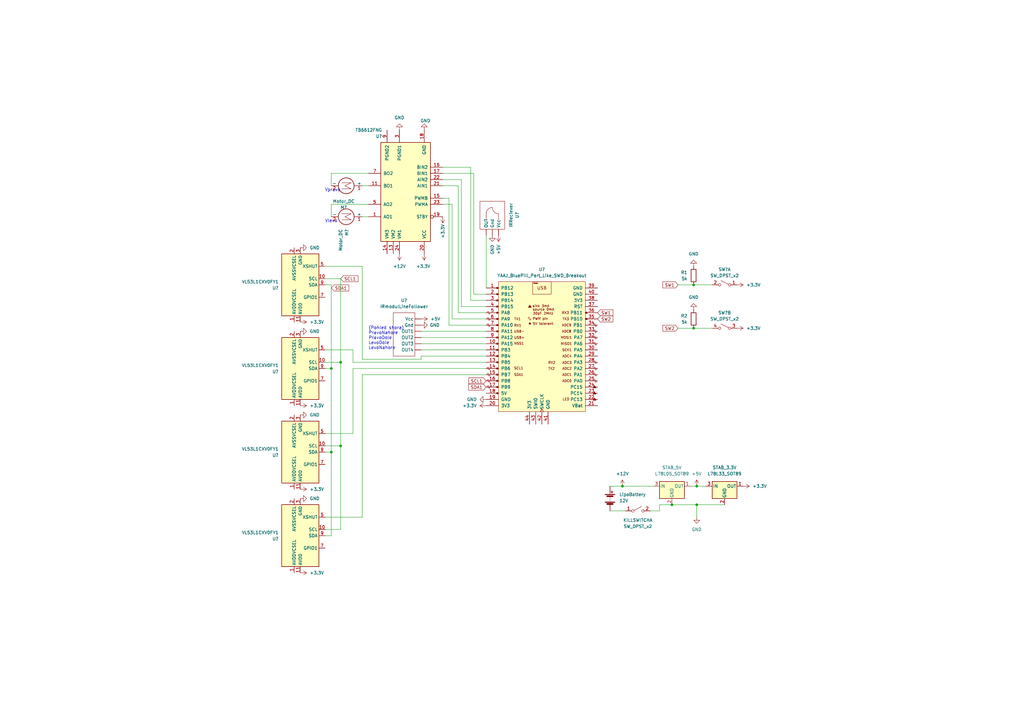
<source format=kicad_sch>
(kicad_sch (version 20211123) (generator eeschema)
  (paper "A3")
  (lib_symbols
    (symbol "Device:Battery" (pin_numbers hide) (pin_names (offset 0) hide)
      (property "Reference" "BT" (at 2.54 2.54 0))
      (property "Value" "Battery" (at 2.54 0 0))
      (symbol "Battery_0_1"
        (rectangle (start -2.032 -1.397) (end 2.032 -1.651) (fill (type outline)))
        (rectangle (start -2.032 1.778) (end 2.032 1.524) (fill (type outline)))
        (rectangle (start -1.3208 -1.9812) (end 1.27 -2.4892) (fill (type outline)))
        (rectangle (start -1.3208 1.1938) (end 1.27 0.6858) (fill (type outline)))
        (polyline (pts (xy 0 -1.524) (xy 0 -1.27)))
        (polyline (pts (xy 0 -1.016) (xy 0 -0.762)))
        (polyline (pts (xy 0 -0.508) (xy 0 -0.254)))
        (polyline (pts (xy 0 0) (xy 0 0.254)))
        (polyline (pts (xy 0 0.508) (xy 0 0.762)))
        (polyline (pts (xy 0 1.778) (xy 0 2.54)))
        (polyline (pts (xy 0.254 2.667) (xy 1.27 2.667)) (stroke (width 0.254)))
        (polyline (pts (xy 0.762 3.175) (xy 0.762 2.159)) (stroke (width 0.254)))
      )
      (symbol "Battery_1_1"
        (pin passive line (at 0 5.08 270) (length 2.54) (name "+") (number "1"))
        (pin passive line (at 0 -5.08 90) (length 2.54) (name "-") (number "2"))
      )
    )
    (symbol "Device:R" (pin_numbers hide) (pin_names (offset 0))
      (property "Reference" "R" (at 2.032 0 90))
      (property "Value" "R" (at 0 0 90))
      (symbol "R_0_1"
        (rectangle (start -1.016 -2.54) (end 1.016 2.54) (stroke (width 0.254)))
      )
      (symbol "R_1_1"
        (pin passive line (at 0 3.81 270) (length 1.27) (name "~") (number "1"))
        (pin passive line (at 0 -3.81 90) (length 1.27) (name "~") (number "2"))
      )
    )
    (symbol "Driver_Motor:TB6612FNG" (pin_names (offset 1.016))
      (property "Reference" "U" (at 11.43 17.78 0))
      (property "Value" "TB6612FNG" (at 11.43 15.24 0))
      (symbol "TB6612FNG_0_1"
        (rectangle (start -10.16 20.32) (end 10.16 -20.32) (stroke (width 0.254)) (fill (type background)))
      )
      (symbol "TB6612FNG_1_1"
        (pin output line (at 15.24 10.16 180) (length 5.08) (name "AO1") (number "1"))
        (pin passive line (at 7.62 -25.4 90) (length 5.08) hide (name "PGND2") (number "10"))
        (pin output line (at 15.24 -2.54 180) (length 5.08) (name "BO1") (number "11"))
        (pin passive line (at 15.24 -2.54 180) (length 5.08) hide (name "BO1") (number "12"))
        (pin power_in line (at 5.08 25.4 270) (length 5.08) (name "VM2") (number "13"))
        (pin power_in line (at 7.62 25.4 270) (length 5.08) (name "VM3") (number "14"))
        (pin input line (at -15.24 2.54 0) (length 5.08) (name "PWMB") (number "15"))
        (pin input line (at -15.24 -10.16 0) (length 5.08) (name "BIN2") (number "16"))
        (pin input line (at -15.24 -7.62 0) (length 5.08) (name "BIN1") (number "17"))
        (pin power_in line (at -7.62 -25.4 90) (length 5.08) (name "GND") (number "18"))
        (pin input inverted (at -15.24 10.16 0) (length 5.08) (name "STBY") (number "19"))
        (pin passive line (at 15.24 10.16 180) (length 5.08) hide (name "AO1") (number "2"))
        (pin power_in line (at -7.62 25.4 270) (length 5.08) (name "VCC") (number "20"))
        (pin input line (at -15.24 -2.54 0) (length 5.08) (name "AIN1") (number "21"))
        (pin input line (at -15.24 -5.08 0) (length 5.08) (name "AIN2") (number "22"))
        (pin input line (at -15.24 5.08 0) (length 5.08) (name "PWMA") (number "23"))
        (pin power_in line (at 2.54 25.4 270) (length 5.08) (name "VM1") (number "24"))
        (pin power_in line (at 2.54 -25.4 90) (length 5.08) (name "PGND1") (number "3"))
        (pin passive line (at 2.54 -25.4 90) (length 5.08) hide (name "PGND1") (number "4"))
        (pin output line (at 15.24 5.08 180) (length 5.08) (name "AO2") (number "5"))
        (pin passive line (at 15.24 5.08 180) (length 5.08) hide (name "AO2") (number "6"))
        (pin output line (at 15.24 -7.62 180) (length 5.08) (name "BO2") (number "7"))
        (pin passive line (at 15.24 -7.62 180) (length 5.08) hide (name "BO2") (number "8"))
        (pin power_in line (at 7.62 -25.4 90) (length 5.08) (name "PGND2") (number "9"))
      )
    )
    (symbol "Motor:Motor_DC" (pin_names (offset 0))
      (property "Reference" "M" (at 2.54 2.54 0))
      (property "Value" "Motor_DC" (at 2.54 -5.08 0))
      (symbol "Motor_DC_0_0"
        (polyline (pts (xy -1.27 -3.302) (xy -1.27 0.508) (xy 0 -2.032) (xy 1.27 0.508) (xy 1.27 -3.302)))
      )
      (symbol "Motor_DC_0_1"
        (circle (center 0 -1.524) (radius 3.2512) (stroke (width 0.254)))
        (polyline (pts (xy 0 -7.62) (xy 0 -7.112)))
        (polyline (pts (xy 0 -4.7752) (xy 0 -5.1816)))
        (polyline (pts (xy 0 1.7272) (xy 0 2.0828)))
        (polyline (pts (xy 0 2.032) (xy 0 2.54)))
      )
      (symbol "Motor_DC_1_1"
        (pin passive line (at 0 5.08 270) (length 2.54) (name "+") (number "1"))
        (pin passive line (at 0 -7.62 90) (length 2.54) (name "-") (number "2"))
      )
    )
    (symbol "MyLibrary:IRReciever"
      (property "Reference" "U" (at 0 0 0))
      (property "Value" "IRReciever" (at 0 0 0))
      (symbol "IRReciever_0_1"
        (rectangle (start -5.08 -1.27) (end 5.08 -12.7))
        (arc (start 0 -3.81) (mid -1.7961 -4.5539) (end -2.54 -6.35))
        (arc (start 0 -3.81) (mid 0 -3.81) (end 0 -3.81))
        (arc (start 0 -3.81) (mid -1.7979 -8.1479) (end 2.54 -6.35))
        (polyline (pts (xy -2.54 -6.35) (xy -2.54 -8.89)))
        (polyline (pts (xy 2.54 -6.35) (xy 2.54 -8.89)))
      )
      (symbol "IRReciever_1_1"
        (pin power_out line (at 0 -15.24 90) (length 2.54) (name "Gnd") (number ""))
        (pin output line (at -2.54 -15.24 90) (length 2.54) (name "OUT") (number ""))
        (pin power_in line (at 2.54 -15.24 90) (length 2.54) (name "Vcc") (number ""))
      )
    )
    (symbol "MyLibrary:IRmodulLineFollower"
      (property "Reference" "U" (at 0 0 0))
      (property "Value" "IRmodulLineFollower" (at 0 0 0))
      (symbol "IRmodulLineFollower_0_1"
        (rectangle (start -3.81 -20.32) (end 5.08 -2.54))
      )
      (symbol "IRmodulLineFollower_1_1"
        (pin power_out line (at -6.35 -7.62 0) (length 2.54) (name "Gnd") (number ""))
        (pin output line (at -6.35 -10.16 0) (length 2.54) (name "OUT1") (number ""))
        (pin output line (at -6.35 -12.7 0) (length 2.54) (name "OUT2") (number ""))
        (pin output line (at -6.35 -15.24 0) (length 2.54) (name "OUT3") (number ""))
        (pin output line (at -6.35 -17.78 0) (length 2.54) (name "OUT4") (number ""))
        (pin power_in line (at -6.35 -5.08 0) (length 2.54) (name "Vcc") (number ""))
      )
    )
    (symbol "Regulator_Linear:L78L05_SOT89" (pin_names (offset 0.254))
      (property "Reference" "U" (at -3.81 3.175 0))
      (property "Value" "L78L05_SOT89" (at -0.635 3.175 0))
      (symbol "L78L05_SOT89_0_1"
        (rectangle (start -5.08 1.905) (end 5.08 -5.08) (stroke (width 0.254)) (fill (type background)))
      )
      (symbol "L78L05_SOT89_1_1"
        (pin power_out line (at 7.62 0 180) (length 2.54) (name "OUT") (number "1"))
        (pin power_in line (at 0 -7.62 90) (length 2.54) (name "GND") (number "2"))
        (pin power_in line (at -7.62 0 0) (length 2.54) (name "IN") (number "3"))
      )
    )
    (symbol "Regulator_Linear:L78L33_SOT89" (pin_names (offset 0.254))
      (property "Reference" "U" (at -3.81 3.175 0))
      (property "Value" "L78L33_SOT89" (at -0.635 3.175 0))
      (symbol "L78L33_SOT89_0_1"
        (rectangle (start -5.08 1.905) (end 5.08 -5.08) (stroke (width 0.254)) (fill (type background)))
      )
      (symbol "L78L33_SOT89_1_1"
        (pin power_out line (at 7.62 0 180) (length 2.54) (name "OUT") (number "1"))
        (pin power_in line (at 0 -7.62 90) (length 2.54) (name "GND") (number "2"))
        (pin power_in line (at -7.62 0 0) (length 2.54) (name "IN") (number "3"))
      )
    )
    (symbol "Sensor_Distance:VL53L1CXV0FY1"
      (property "Reference" "U" (at -6.35 13.97 0))
      (property "Value" "VL53L1CXV0FY1" (at 12.065 13.97 0))
      (symbol "VL53L1CXV0FY1_0_1"
        (rectangle (start -7.62 12.7) (end 7.62 -12.7) (stroke (width 0.254)) (fill (type background)))
      )
      (symbol "VL53L1CXV0FY1_1_1"
        (pin power_in line (at 2.54 15.24 270) (length 2.54) (name "AVDDVCSEL") (number "1"))
        (pin input line (at -10.16 -2.54 0) (length 2.54) (name "SCL") (number "10"))
        (pin power_in line (at 0 15.24 270) (length 2.54) (name "AVDD") (number "11"))
        (pin passive line (at 0 -15.24 90) (length 2.54) hide (name "GND") (number "12"))
        (pin power_in line (at 2.54 -15.24 90) (length 2.54) (name "AVSSVCSEL") (number "2"))
        (pin power_in line (at 0 -15.24 90) (length 2.54) (name "GND") (number "3"))
        (pin passive line (at 0 -15.24 90) (length 2.54) hide (name "GND") (number "4"))
        (pin input line (at -10.16 -7.62 0) (length 2.54) (name "XSHUT") (number "5"))
        (pin passive line (at 0 -15.24 90) (length 2.54) hide (name "GND") (number "6"))
        (pin open_collector line (at -10.16 5.08 0) (length 2.54) (name "GPIO1") (number "7"))
        (pin no_connect line (at -7.62 7.62 0) (length 2.54) hide (name "DNC") (number "8"))
        (pin bidirectional line (at -10.16 0 0) (length 2.54) (name "SDA") (number "9"))
      )
    )
    (symbol "Switch:SW_DPST_x2" (pin_names (offset 0) hide)
      (property "Reference" "SW" (at 0 3.175 0))
      (property "Value" "SW_DPST_x2" (at 0 -2.54 0))
      (symbol "SW_DPST_x2_0_0"
        (circle (center -2.032 0) (radius 0.508))
        (polyline (pts (xy -1.524 0.254) (xy 1.524 1.778)))
        (circle (center 2.032 0) (radius 0.508))
      )
      (symbol "SW_DPST_x2_1_1"
        (pin passive line (at -5.08 0 0) (length 2.54) (name "A") (number "1"))
        (pin passive line (at 5.08 0 180) (length 2.54) (name "B") (number "2"))
      )
      (symbol "SW_DPST_x2_2_1"
        (pin passive line (at -5.08 0 0) (length 2.54) (name "A") (number "3"))
        (pin passive line (at 5.08 0 180) (length 2.54) (name "B") (number "4"))
      )
    )
    (symbol "YAAJ_BluePill_Part_Like_SWD_Breakout:YAAJ_BluePill_Part_Like_SWD_Breakout" (pin_names (offset 1.016))
      (property "Reference" "U" (at -15.24 27.94 0))
      (property "Value" "YAAJ_BluePill_Part_Like_SWD_Breakout" (at 20.32 27.94 0))
      (symbol "YAAJ_BluePill_Part_Like_SWD_Breakout_0_0"
        (circle (center -18.288 -20.32) (radius 0.3556) (fill (type outline)))
        (circle (center -18.288 -17.78) (radius 0.3556) (fill (type outline)))
        (circle (center -18.288 -15.24) (radius 0.3556) (fill (type outline)))
        (circle (center -18.288 -12.7) (radius 0.3556) (fill (type outline)))
        (circle (center -18.288 -10.16) (radius 0.3556) (fill (type outline)))
        (circle (center -18.288 -7.62) (radius 0.3556) (fill (type outline)))
        (circle (center -18.288 -5.08) (radius 0.3556) (fill (type outline)))
        (circle (center -18.288 -2.54) (radius 0.3556) (fill (type outline)))
        (circle (center -18.288 0) (radius 0.3556) (fill (type outline)))
        (circle (center -18.288 2.54) (radius 0.3556) (fill (type outline)))
        (circle (center -18.288 5.08) (radius 0.3556) (fill (type outline)))
        (circle (center -18.288 7.62) (radius 0.3556) (fill (type outline)))
        (circle (center -18.288 10.16) (radius 0.3556) (fill (type outline)))
        (circle (center -18.288 12.7) (radius 0.3556) (fill (type outline)))
        (circle (center -18.288 15.24) (radius 0.3556) (fill (type outline)))
        (circle (center -18.288 17.78) (radius 0.3556) (fill (type outline)))
        (circle (center -18.288 22.86) (radius 0.3556) (fill (type outline)))
        (circle (center -4.953 8.255) (radius 0.127) (fill (type outline)))
        (circle (center -4.953 8.255) (radius 0.254))
        (circle (center -4.953 8.255) (radius 0.3556))
        (polyline (pts (xy -5.588 14.859) (xy -4.953 15.875) (xy -4.318 14.859) (xy -5.588 14.859) (xy -4.953 15.748) (xy -4.445 14.859) (xy -5.461 14.986) (xy -4.953 15.621) (xy -4.572 14.859) (xy -5.334 15.113) (xy -4.826 15.494) (xy -4.699 14.859) (xy -5.207 15.24) (xy -4.699 15.367) (xy -4.826 14.986) (xy -5.08 15.24) (xy -4.826 15.113) (xy -4.953 15.367)))
        (polyline (pts (xy 20.955 -23.241) (xy 21.59 -22.225) (xy 22.225 -23.241) (xy 20.955 -23.241) (xy 21.59 -22.352) (xy 22.098 -23.241) (xy 21.082 -23.114) (xy 21.59 -22.479) (xy 21.971 -23.241) (xy 21.209 -22.987) (xy 21.717 -22.606) (xy 21.844 -23.241) (xy 21.336 -22.86) (xy 21.844 -22.733) (xy 21.717 -23.114) (xy 21.463 -22.86) (xy 21.717 -22.987) (xy 21.59 -22.733)))
        (polyline (pts (xy 20.955 -20.701) (xy 21.59 -19.685) (xy 22.225 -20.701) (xy 20.955 -20.701) (xy 21.59 -19.812) (xy 22.098 -20.701) (xy 21.082 -20.574) (xy 21.59 -19.939) (xy 21.971 -20.701) (xy 21.209 -20.447) (xy 21.717 -20.066) (xy 21.844 -20.701) (xy 21.336 -20.32) (xy 21.844 -20.193) (xy 21.717 -20.574) (xy 21.463 -20.32) (xy 21.717 -20.447) (xy 21.59 -20.193)))
        (polyline (pts (xy 20.955 -18.161) (xy 21.59 -17.145) (xy 22.225 -18.161) (xy 20.955 -18.161) (xy 21.59 -17.272) (xy 22.098 -18.161) (xy 21.082 -18.034) (xy 21.59 -17.399) (xy 21.971 -18.161) (xy 21.209 -17.907) (xy 21.717 -17.526) (xy 21.844 -18.161) (xy 21.336 -17.78) (xy 21.844 -17.653) (xy 21.717 -18.034) (xy 21.463 -17.78) (xy 21.717 -17.907) (xy 21.59 -17.653)))
        (circle (center 18.288 10.16) (radius 0.254) (fill (type outline)))
        (circle (center 18.288 10.16) (radius 0.3556))
        (circle (center 18.288 12.7) (radius 0.254) (fill (type outline)))
        (circle (center 18.288 12.7) (radius 0.3556))
        (text "30pF 2MHz" (at 0.508 12.446 0) (effects (font (size 0.9906 0.9906))))
        (text "5V tolerant" (at 0.508 8.255 0) (effects (font (size 0.9906 0.9906))))
        (text "ADC0" (at 10.287 -15.24 0) (effects (font (size 0.9906 0.9906))))
        (text "ADC1" (at 10.287 -12.7 0) (effects (font (size 0.9906 0.9906))))
        (text "ADC2" (at 10.287 -10.16 0) (effects (font (size 0.9906 0.9906))))
        (text "ADC3" (at 10.287 -7.747 0) (effects (font (size 0.9906 0.9906))))
        (text "ADC4" (at 10.287 -5.08 0) (effects (font (size 0.9906 0.9906))))
        (text "ADC8" (at 10.16 5.08 0) (effects (font (size 0.9906 0.9906))))
        (text "ADC9" (at 10.16 7.62 0) (effects (font (size 0.9906 0.9906))))
        (text "LED" (at 9.906 -22.733 0) (effects (font (size 0.9906 0.9906))))
        (text "MISO1" (at 10.033 0 0) (effects (font (size 0.9906 0.9906))))
        (text "MOSI1" (at 10.033 2.54 0) (effects (font (size 0.9906 0.9906))))
        (text "NSS1" (at -9.398 0.127 0) (effects (font (size 0.9906 0.9906))))
        (text "PWM pin" (at -0.635 10.287 0) (effects (font (size 0.9906 0.9906))))
        (text "RX1" (at -9.906 7.493 0) (effects (font (size 0.9906 0.9906))))
        (text "RX2" (at 4.064 -7.747 0) (effects (font (size 0.9906 0.9906))))
        (text "RX3" (at 9.652 12.7 0) (effects (font (size 0.9906 0.9906))))
        (text "SCK1" (at 10.287 -2.54 0) (effects (font (size 0.9906 0.9906))))
        (text "SCL1" (at -9.525 -10.033 0) (effects (font (size 0.9906 0.9906))))
        (text "SDA1" (at -9.525 -12.7 0) (effects (font (size 0.9906 0.9906))))
        (text "sink 3mA" (at -0.381 15.494 0) (effects (font (size 0.9906 0.9906))))
        (text "source 0mA" (at 0.635 14.097 0) (effects (font (size 0.9906 0.9906))))
        (text "TX1" (at -10.033 10.16 0) (effects (font (size 0.9906 0.9906))))
        (text "TX2" (at 3.937 -10.16 0) (effects (font (size 0.9906 0.9906))))
        (text "TX3" (at 9.779 10.16 0) (effects (font (size 0.9906 0.9906))))
        (text "USB" (at 0 22.86 0) (effects (font (size 1.27 1.27))))
        (text "USB+" (at -9.271 2.54 0) (effects (font (size 0.9906 0.9906))))
        (text "USB-" (at -9.271 5.08 0) (effects (font (size 0.9906 0.9906))))
        (text "Y@@J" (at -2.5654 24.8412 0) (effects (font (size 0.508 0.508))))
      )
      (symbol "YAAJ_BluePill_Part_Like_SWD_Breakout_0_1"
        (rectangle (start -17.78 25.4) (end 17.78 -27.94) (fill (type background)))
        (polyline (pts (xy -21.336 -17.78) (xy -21.336 -18.288) (xy -21.844 -18.288) (xy -21.844 -17.272) (xy -22.352 -17.272) (xy -22.352 -17.78)))
        (polyline (pts (xy -21.336 -15.24) (xy -21.336 -15.748) (xy -21.844 -15.748) (xy -21.844 -14.732) (xy -22.352 -14.732) (xy -22.352 -15.24)))
        (polyline (pts (xy -21.336 -12.7) (xy -21.336 -13.208) (xy -21.844 -13.208) (xy -21.844 -12.192) (xy -22.352 -12.192) (xy -22.352 -12.7)))
        (polyline (pts (xy -21.336 -10.16) (xy -21.336 -10.668) (xy -21.844 -10.668) (xy -21.844 -9.652) (xy -22.352 -9.652) (xy -22.352 -10.16)))
        (polyline (pts (xy -21.336 7.62) (xy -21.336 7.112) (xy -21.844 7.112) (xy -21.844 8.128) (xy -22.352 8.128) (xy -22.352 7.62)))
        (polyline (pts (xy -21.336 10.16) (xy -21.336 9.652) (xy -21.844 9.652) (xy -21.844 10.668) (xy -22.352 10.668) (xy -22.352 10.16)))
        (polyline (pts (xy -21.336 12.7) (xy -21.336 12.192) (xy -21.844 12.192) (xy -21.844 13.208) (xy -22.352 13.208) (xy -22.352 12.7)))
        (polyline (pts (xy -4.572 10.287) (xy -4.572 9.779) (xy -5.08 9.779) (xy -5.08 10.795) (xy -5.588 10.795) (xy -5.588 10.287)))
        (polyline (pts (xy 22.352 -15.24) (xy 22.352 -15.748) (xy 21.844 -15.748) (xy 21.844 -14.732) (xy 21.336 -14.732) (xy 21.336 -15.24)))
        (polyline (pts (xy 22.352 -12.7) (xy 22.352 -13.208) (xy 21.844 -13.208) (xy 21.844 -12.192) (xy 21.336 -12.192) (xy 21.336 -12.7)))
        (polyline (pts (xy 22.352 -10.16) (xy 22.352 -10.668) (xy 21.844 -10.668) (xy 21.844 -9.652) (xy 21.336 -9.652) (xy 21.336 -10.16)))
        (polyline (pts (xy 22.352 -7.62) (xy 22.352 -8.128) (xy 21.844 -8.128) (xy 21.844 -7.112) (xy 21.336 -7.112) (xy 21.336 -7.62)))
        (polyline (pts (xy 22.352 0) (xy 22.352 -0.508) (xy 21.844 -0.508) (xy 21.844 0.508) (xy 21.336 0.508) (xy 21.336 0)))
        (polyline (pts (xy 22.352 2.54) (xy 22.352 2.032) (xy 21.844 2.032) (xy 21.844 3.048) (xy 21.336 3.048) (xy 21.336 2.54)))
        (polyline (pts (xy 22.352 5.08) (xy 22.352 4.572) (xy 21.844 4.572) (xy 21.844 5.588) (xy 21.336 5.588) (xy 21.336 5.08)))
        (polyline (pts (xy 22.352 7.62) (xy 22.352 7.112) (xy 21.844 7.112) (xy 21.844 8.128) (xy 21.336 8.128) (xy 21.336 7.62)))
        (rectangle (start 3.81 25.4) (end -3.81 20.32))
      )
      (symbol "YAAJ_BluePill_Part_Like_SWD_Breakout_1_1"
        (circle (center -18.288 20.32) (radius 0.3556) (fill (type outline)))
        (pin bidirectional line (at -22.86 22.86 0) (length 5.08) (name "PB12") (number "1"))
        (pin bidirectional line (at -22.86 0 0) (length 5.08) (name "PA15") (number "10"))
        (pin bidirectional line (at -22.86 -2.54 0) (length 5.08) (name "PB3") (number "11"))
        (pin bidirectional line (at -22.86 -5.08 0) (length 5.08) (name "PB4") (number "12"))
        (pin bidirectional line (at -22.86 -7.62 0) (length 5.08) (name "PB5") (number "13"))
        (pin bidirectional line (at -22.86 -10.16 0) (length 5.08) (name "PB6") (number "14"))
        (pin bidirectional line (at -22.86 -12.7 0) (length 5.08) (name "PB7") (number "15"))
        (pin bidirectional line (at -22.86 -15.24 0) (length 5.08) (name "PB8") (number "16"))
        (pin bidirectional line (at -22.86 -17.78 0) (length 5.08) (name "PB9") (number "17"))
        (pin power_in line (at -22.86 -20.32 0) (length 5.08) (name "5V") (number "18"))
        (pin power_in line (at -22.86 -22.86 0) (length 5.08) (name "GND") (number "19"))
        (pin bidirectional line (at -22.86 20.32 0) (length 5.08) (name "PB13") (number "2"))
        (pin power_in line (at -22.86 -25.4 0) (length 5.08) (name "3V3") (number "20"))
        (pin power_in line (at 22.86 -25.4 180) (length 5.08) (name "VBat") (number "21"))
        (pin bidirectional line (at 22.86 -22.86 180) (length 5.08) (name "PC13") (number "22"))
        (pin bidirectional line (at 22.86 -20.32 180) (length 5.08) (name "PC14") (number "23"))
        (pin bidirectional line (at 22.86 -17.78 180) (length 5.08) (name "PC15") (number "24"))
        (pin bidirectional line (at 22.86 -15.24 180) (length 5.08) (name "PA0") (number "25"))
        (pin bidirectional line (at 22.86 -12.7 180) (length 5.08) (name "PA1") (number "26"))
        (pin bidirectional line (at 22.86 -10.16 180) (length 5.08) (name "PA2") (number "27"))
        (pin bidirectional line (at 22.86 -7.62 180) (length 5.08) (name "PA3") (number "28"))
        (pin bidirectional line (at 22.86 -5.08 180) (length 5.08) (name "PA4") (number "29"))
        (pin bidirectional line (at -22.86 17.78 0) (length 5.08) (name "PB14") (number "3"))
        (pin bidirectional line (at 22.86 -2.54 180) (length 5.08) (name "PA5") (number "30"))
        (pin bidirectional line (at 22.86 0 180) (length 5.08) (name "PA6") (number "31"))
        (pin bidirectional line (at 22.86 2.54 180) (length 5.08) (name "PA7") (number "32"))
        (pin bidirectional line (at 22.86 5.08 180) (length 5.08) (name "PB0") (number "33"))
        (pin bidirectional line (at 22.86 7.62 180) (length 5.08) (name "PB1") (number "34"))
        (pin bidirectional line (at 22.86 10.16 180) (length 5.08) (name "PB10") (number "35"))
        (pin bidirectional line (at 22.86 12.7 180) (length 5.08) (name "PB11") (number "36"))
        (pin input line (at 22.86 15.24 180) (length 5.08) (name "RST") (number "37"))
        (pin power_in line (at 22.86 17.78 180) (length 5.08) (name "3V3") (number "38"))
        (pin power_in line (at 22.86 22.86 180) (length 5.08) (name "GND") (number "39"))
        (pin bidirectional line (at -22.86 15.24 0) (length 5.08) (name "PB15") (number "4"))
        (pin power_in line (at 22.86 20.32 180) (length 5.08) (name "GND") (number "40"))
        (pin power_in line (at 2.54 -33.02 90) (length 5.08) (name "GND") (number "41"))
        (pin bidirectional clock (at 0 -33.02 90) (length 5.08) (name "SWCLK") (number "42"))
        (pin bidirectional line (at -2.54 -33.02 90) (length 5.08) (name "SWIO") (number "43"))
        (pin power_in line (at -5.08 -33.02 90) (length 5.08) (name "3V3") (number "44"))
        (pin bidirectional line (at -22.86 12.7 0) (length 5.08) (name "PA8") (number "5"))
        (pin bidirectional line (at -22.86 10.16 0) (length 5.08) (name "PA9") (number "6"))
        (pin bidirectional line (at -22.86 7.62 0) (length 5.08) (name "PA10") (number "7"))
        (pin bidirectional line (at -22.86 5.08 0) (length 5.08) (name "PA11") (number "8"))
        (pin bidirectional line (at -22.86 2.54 0) (length 5.08) (name "PA12") (number "9"))
      )
    )
    (symbol "power:+12V" (power) (pin_names (offset 0))
      (property "Value" "+12V" (at 0 3.556 0))
      (symbol "+12V_0_1"
        (polyline (pts (xy -0.762 1.27) (xy 0 2.54)))
        (polyline (pts (xy 0 0) (xy 0 2.54)))
        (polyline (pts (xy 0 2.54) (xy 0.762 1.27)))
      )
      (symbol "+12V_1_1"
        (pin power_in line (at 0 0 90) (length 0) hide (name "+12V") (number "1"))
      )
    )
    (symbol "power:+3.3V" (power) (pin_names (offset 0))
      (property "Value" "+3.3V" (at 0 3.556 0))
      (symbol "+3.3V_0_1"
        (polyline (pts (xy -0.762 1.27) (xy 0 2.54)))
        (polyline (pts (xy 0 0) (xy 0 2.54)))
        (polyline (pts (xy 0 2.54) (xy 0.762 1.27)))
      )
      (symbol "+3.3V_1_1"
        (pin power_in line (at 0 0 90) (length 0) hide (name "+3.3V") (number "1"))
      )
    )
    (symbol "power:+5V" (power) (pin_names (offset 0))
      (property "Value" "+5V" (at 0 3.556 0))
      (symbol "+5V_0_1"
        (polyline (pts (xy -0.762 1.27) (xy 0 2.54)))
        (polyline (pts (xy 0 0) (xy 0 2.54)))
        (polyline (pts (xy 0 2.54) (xy 0.762 1.27)))
      )
      (symbol "+5V_1_1"
        (pin power_in line (at 0 0 90) (length 0) hide (name "+5V") (number "1"))
      )
    )
    (symbol "power:GND" (power) (pin_names (offset 0))
      (property "Value" "GND" (at 0 -3.81 0))
      (symbol "GND_0_1"
        (polyline (pts (xy 0 0) (xy 0 -1.27) (xy 1.27 -1.27) (xy 0 -2.54) (xy -1.27 -1.27) (xy 0 -1.27)))
      )
      (symbol "GND_1_1"
        (pin power_in line (at 0 0 270) (length 0) hide (name "GND") (number "1"))
      )
    )
  )
  (junction (at 284.48 116.84))
  (junction (at 255.27 199.39))
  (junction (at 275.59 207.01))
  (junction (at 135.89 151.13))
  (junction (at 139.7 182.88))
  (junction (at 284.48 134.62))
  (junction (at 285.75 207.01))
  (junction (at 285.75 199.39))
  (junction (at 135.89 185.42))
  (junction (at 139.7 148.59))
  (wire (pts (xy 193.04 68.58) (xy 193.04 123.19)))
  (wire (pts (xy 181.61 83.82) (xy 185.42 83.82)))
  (wire (pts (xy 199.39 153.67) (xy 148.59 153.67)))
  (wire (pts (xy 285.75 207.01) (xy 285.75 212.09)))
  (wire (pts (xy 139.7 148.59) (xy 139.7 182.88)))
  (wire (pts (xy 250.19 199.39) (xy 255.27 199.39)))
  (wire (pts (xy 172.72 146.05) (xy 172.72 147.32)))
  (wire (pts (xy 135.89 185.42) (xy 135.89 219.71)))
  (wire (pts (xy 144.78 151.13) (xy 144.78 177.8)))
  (wire (pts (xy 285.75 199.39) (xy 289.56 199.39)))
  (wire (pts (xy 199.39 146.05) (xy 172.72 146.05)))
  (wire (pts (xy 181.61 76.2) (xy 187.96 76.2)))
  (wire (pts (xy 135.89 185.42) (xy 133.35 185.42)))
  (wire (pts (xy 193.04 123.19) (xy 199.39 123.19)))
  (wire (pts (xy 148.59 153.67) (xy 148.59 212.09)))
  (wire (pts (xy 172.72 138.43) (xy 199.39 138.43)))
  (wire (pts (xy 189.23 125.73) (xy 199.39 125.73)))
  (wire (pts (xy 199.39 148.59) (xy 144.78 148.59)))
  (wire (pts (xy 151.13 76.2) (xy 148.59 76.2)))
  (wire (pts (xy 184.15 81.28) (xy 184.15 133.35)))
  (wire (pts (xy 135.89 219.71) (xy 133.35 219.71)))
  (wire (pts (xy 148.59 109.22) (xy 133.35 109.22)))
  (wire (pts (xy 139.7 182.88) (xy 139.7 217.17)))
  (wire (pts (xy 139.7 148.59) (xy 133.35 148.59)))
  (wire (pts (xy 270.51 209.55) (xy 270.51 207.01)))
  (wire (pts (xy 194.31 71.12) (xy 194.31 120.65)))
  (wire (pts (xy 135.89 71.12) (xy 151.13 71.12)))
  (wire (pts (xy 172.72 140.97) (xy 199.39 140.97)))
  (wire (pts (xy 181.61 68.58) (xy 193.04 68.58)))
  (wire (pts (xy 181.61 73.66) (xy 189.23 73.66)))
  (wire (pts (xy 151.13 88.9) (xy 148.59 88.9)))
  (wire (pts (xy 292.1 116.84) (xy 284.48 116.84)))
  (wire (pts (xy 133.35 182.88) (xy 139.7 182.88)))
  (wire (pts (xy 283.21 199.39) (xy 285.75 199.39)))
  (wire (pts (xy 172.72 143.51) (xy 199.39 143.51)))
  (wire (pts (xy 139.7 217.17) (xy 133.35 217.17)))
  (wire (pts (xy 135.89 76.2) (xy 135.89 71.12)))
  (wire (pts (xy 285.75 207.01) (xy 297.18 207.01)))
  (wire (pts (xy 187.96 128.27) (xy 199.39 128.27)))
  (wire (pts (xy 133.35 116.84) (xy 135.89 116.84)))
  (wire (pts (xy 148.59 212.09) (xy 133.35 212.09)))
  (wire (pts (xy 278.13 134.62) (xy 284.48 134.62)))
  (wire (pts (xy 133.35 114.3) (xy 139.7 114.3)))
  (wire (pts (xy 172.72 147.32) (xy 148.59 147.32)))
  (wire (pts (xy 266.7 209.55) (xy 270.51 209.55)))
  (wire (pts (xy 199.39 151.13) (xy 144.78 151.13)))
  (wire (pts (xy 187.96 76.2) (xy 187.96 128.27)))
  (wire (pts (xy 181.61 71.12) (xy 194.31 71.12)))
  (wire (pts (xy 194.31 120.65) (xy 199.39 120.65)))
  (wire (pts (xy 184.15 133.35) (xy 199.39 133.35)))
  (wire (pts (xy 255.27 199.39) (xy 267.97 199.39)))
  (wire (pts (xy 292.1 134.62) (xy 284.48 134.62)))
  (wire (pts (xy 185.42 130.81) (xy 199.39 130.81)))
  (wire (pts (xy 135.89 151.13) (xy 133.35 151.13)))
  (wire (pts (xy 199.39 96.52) (xy 199.39 118.11)))
  (wire (pts (xy 250.19 209.55) (xy 256.54 209.55)))
  (wire (pts (xy 144.78 143.51) (xy 133.35 143.51)))
  (wire (pts (xy 189.23 73.66) (xy 189.23 125.73)))
  (wire (pts (xy 270.51 207.01) (xy 275.59 207.01)))
  (wire (pts (xy 284.48 116.84) (xy 278.13 116.84)))
  (wire (pts (xy 172.72 135.89) (xy 199.39 135.89)))
  (wire (pts (xy 185.42 83.82) (xy 185.42 130.81)))
  (wire (pts (xy 148.59 109.22) (xy 148.59 147.32)))
  (wire (pts (xy 135.89 151.13) (xy 135.89 185.42)))
  (wire (pts (xy 144.78 148.59) (xy 144.78 143.51)))
  (wire (pts (xy 144.78 177.8) (xy 133.35 177.8)))
  (wire (pts (xy 135.89 88.9) (xy 135.89 83.82)))
  (wire (pts (xy 135.89 116.84) (xy 135.89 151.13)))
  (wire (pts (xy 181.61 81.28) (xy 184.15 81.28)))
  (wire (pts (xy 135.89 83.82) (xy 151.13 83.82)))
  (wire (pts (xy 139.7 114.3) (xy 139.7 148.59)))
  (wire (pts (xy 275.59 207.01) (xy 285.75 207.01)))
  (text "Vpravo" (at 139.7 78.74 180) (effects (font (size 1.27 1.27)) (justify right bottom)))
  (text "(Pohled shora)\nPravoNahore\nPravoDole\nLevoDole\nLevoNahore" (at 151.13 143.51 0) (effects (font (size 1.27 1.27)) (justify left bottom)))
  (text "Vlevo" (at 138.43 91.44 180) (effects (font (size 1.27 1.27)) (justify right bottom)))
  (global_label "SW2" (shape input) (at 278.13 134.62 180) (property "Intersheet References" "${INTERSHEET_REFS}" (effects hide)))
  (global_label "SW2" (shape input) (at 245.11 130.81 0) (property "Intersheet References" "${INTERSHEET_REFS}" (effects hide)))
  (global_label "SCL1" (shape input) (at 139.7 114.3 0) (property "Intersheet References" "${INTERSHEET_REFS}" (effects hide)))
  (global_label "SDA1" (shape input) (at 199.39 158.75 180) (property "Intersheet References" "${INTERSHEET_REFS}" (effects hide)))
  (global_label "SW1" (shape input) (at 278.13 116.84 180) (property "Intersheet References" "${INTERSHEET_REFS}" (effects hide)))
  (global_label "SDA1" (shape input) (at 135.89 118.11 0) (property "Intersheet References" "${INTERSHEET_REFS}" (effects hide)))
  (global_label "SCL1" (shape input) (at 199.39 156.21 180) (property "Intersheet References" "${INTERSHEET_REFS}" (effects hide)))
  (global_label "SW1" (shape input) (at 245.11 128.27 0) (property "Intersheet References" "${INTERSHEET_REFS}" (effects hide)))
  (symbol (lib_id "power:+3.3V") (at 302.26 134.62 270) (mirror x) (unit 1)
    (property "Reference" "#PWR?" (effects hide))
    (property "Value" "+3.3V" (at 306.07 134.6199 90) (effects (justify left)))
  )
  (symbol (lib_id "power:GND") (at 284.48 127 0) (mirror x) (unit 1)
    (property "Reference" "#PWR?" (effects hide))
    (property "Value" "GND" (at 284.48 121.92 0))
  )
  (symbol (lib_id "Driver_Motor:TB6612FNG") (at 166.37 78.74 180) (unit 1)
    (property "Reference" "U?" (at 156.7306 55.88 0) (effects (justify left)))
    (property "Value" "TB6612FNG" (at 156.7306 53.34 0) (effects (justify left)))
    (property "Footprint" "Package_SO:SSOP-24_5.3x8.2mm_P0.65mm" (effects hide))
    (property "Datasheet" "https://toshiba.semicon-storage.com/us/product/linear/motordriver/detail.TB6612FNG.html" (effects hide))
  )
  (symbol (lib_id "power:+3.3V") (at 173.99 104.14 180) (unit 1)
    (property "Reference" "#PWR?" (effects hide))
    (property "Value" "+3.3V" (at 176.53 109.22 0) (effects (justify left)))
  )
  (symbol (lib_id "power:+5V") (at 285.75 199.39 0) (unit 1)
    (property "Reference" "#PWR?" (effects hide))
    (property "Value" "+5V" (at 285.75 194.31 0))
  )
  (symbol (lib_id "power:GND") (at 285.75 212.09 0) (unit 1)
    (property "Reference" "#PWR?" (effects hide))
    (property "Value" "GND" (at 285.75 217.17 0))
  )
  (symbol (lib_id "power:+3.3V") (at 123.19 234.95 270) (unit 1)
    (property "Reference" "#PWR?" (effects hide))
    (property "Value" "+3.3V" (at 127 234.9499 90) (effects (justify left)))
  )
  (symbol (lib_id "power:GND") (at 172.72 133.35 90) (unit 1)
    (property "Reference" "#PWR?" (effects hide))
    (property "Value" "GND" (at 180.34 133.35 90) (effects (justify left)))
  )
  (symbol (lib_id "MyLibrary:IRmodulLineFollower") (at 166.37 125.73 0) (mirror y) (unit 1)
    (property "Reference" "U?" (at 165.735 123.19 0))
    (property "Value" "IRmodulLineFollower" (at 165.735 125.73 0))
  )
  (symbol (lib_id "power:GND") (at 199.39 163.83 270) (unit 1)
    (property "Reference" "#PWR?" (effects hide))
    (property "Value" "GND" (at 195.58 163.8299 90) (effects (justify right)))
  )
  (symbol (lib_id "Switch:SW_DPST_x2") (at 261.62 209.55 0) (unit 1)
    (property "Reference" "KILLSWITCH" (at 261.62 213.36 0))
    (property "Value" "SW_DPST_x2" (at 261.62 215.9 0))
  )
  (symbol (lib_id "power:+5V") (at 172.72 130.81 270) (unit 1)
    (property "Reference" "#PWR?" (effects hide))
    (property "Value" "+5V" (at 176.53 130.8099 90) (effects (justify left)))
  )
  (symbol (lib_id "power:+3.3V") (at 304.8 199.39 270) (unit 1)
    (property "Reference" "#PWR?" (effects hide))
    (property "Value" "+3.3V" (at 308.61 199.3899 90) (effects (justify left)))
  )
  (symbol (lib_id "Sensor_Distance:VL53L1CXV0FY1") (at 123.19 151.13 180) (unit 1)
    (property "Reference" "U?" (at 114.3 152.4001 0) (effects (justify left)))
    (property "Value" "VL53L1CXV0FY1" (at 114.3 149.8601 0) (effects (justify left)))
    (property "Footprint" "Sensor_Distance:ST_VL53L1x" (effects hide))
    (property "Datasheet" "https://www.st.com/resource/en/datasheet/vl53l1x.pdf" (effects hide))
  )
  (symbol (lib_id "YAAJ_BluePill_Part_Like_SWD_Breakout:YAAJ_BluePill_Part_Like_SWD_Breakout") (at 222.25 140.97 0) (unit 1)
    (property "Reference" "U?" (at 222.25 110.49 0))
    (property "Value" "YAAJ_BluePill_Part_Like_SWD_Breakout" (at 222.25 113.03 0))
  )
  (symbol (lib_id "power:+3.3V") (at 123.19 132.08 270) (unit 1)
    (property "Reference" "#PWR?" (effects hide))
    (property "Value" "+3.3V" (at 127 132.0799 90) (effects (justify left)))
  )
  (symbol (lib_id "Regulator_Linear:L78L33_SOT89") (at 297.18 199.39 0) (unit 1)
    (property "Reference" "STAB_3.3V" (at 297.18 191.77 0))
    (property "Value" "L78L33_SOT89" (at 297.18 194.31 0))
    (property "Footprint" "Package_TO_SOT_SMD:SOT-89-3" (effects hide))
    (property "Datasheet" "http://www.st.com/content/ccc/resource/technical/document/datasheet/15/55/e5/aa/23/5b/43/fd/CD00000446.pdf/files/CD00000446.pdf/jcr:content/translations/en.CD00000446.pdf" (effects hide))
  )
  (symbol (lib_id "power:GND") (at 201.93 96.52 0) (unit 1)
    (property "Reference" "#PWR?" (effects hide))
    (property "Value" "GND" (at 201.9301 100.33 90) (effects (justify right)))
  )
  (symbol (lib_id "power:+3.3V") (at 199.39 166.37 90) (unit 1)
    (property "Reference" "#PWR?" (effects hide))
    (property "Value" "+3.3V" (at 195.58 166.3699 90) (effects (justify left)))
  )
  (symbol (lib_id "power:GND") (at 123.19 170.18 90) (unit 1)
    (property "Reference" "#PWR?" (effects hide))
    (property "Value" "GND" (at 127 170.1799 90) (effects (justify right)))
  )
  (symbol (lib_id "power:+3.3V") (at 181.61 88.9 180) (unit 1)
    (property "Reference" "#PWR?" (effects hide))
    (property "Value" "+3.3V" (at 181.61 97.79 90) (effects (justify right)))
  )
  (symbol (lib_id "power:GND") (at 123.19 204.47 90) (unit 1)
    (property "Reference" "#PWR?" (effects hide))
    (property "Value" "GND" (at 127 204.4699 90) (effects (justify right)))
  )
  (symbol (lib_id "Sensor_Distance:VL53L1CXV0FY1") (at 123.19 185.42 180) (unit 1)
    (property "Reference" "U?" (at 114.3 186.6901 0) (effects (justify left)))
    (property "Value" "VL53L1CXV0FY1" (at 114.3 184.1501 0) (effects (justify left)))
    (property "Footprint" "Sensor_Distance:ST_VL53L1x" (effects hide))
    (property "Datasheet" "https://www.st.com/resource/en/datasheet/vl53l1x.pdf" (effects hide))
  )
  (symbol (lib_id "Sensor_Distance:VL53L1CXV0FY1") (at 123.19 116.84 180) (unit 1)
    (property "Reference" "U?" (at 114.3 118.1101 0) (effects (justify left)))
    (property "Value" "VL53L1CXV0FY1" (at 114.3 115.5701 0) (effects (justify left)))
    (property "Footprint" "Sensor_Distance:ST_VL53L1x" (effects hide))
    (property "Datasheet" "https://www.st.com/resource/en/datasheet/vl53l1x.pdf" (effects hide))
  )
  (symbol (lib_id "power:GND") (at 163.83 53.34 180) (unit 1)
    (property "Reference" "#PWR?" (effects hide))
    (property "Value" "GND" (at 163.83 48.26 0))
  )
  (symbol (lib_id "power:+3.3V") (at 123.19 166.37 270) (unit 1)
    (property "Reference" "#PWR?" (effects hide))
    (property "Value" "+3.3V" (at 127 166.3699 90) (effects (justify left)))
  )
  (symbol (lib_id "power:+3.3V") (at 123.19 200.66 270) (unit 1)
    (property "Reference" "#PWR?" (effects hide))
    (property "Value" "+3.3V" (at 127 200.6599 90) (effects (justify left)))
  )
  (symbol (lib_id "Motor:Motor_DC") (at 143.51 76.2 270) (unit 1)
    (property "Reference" "M?" (at 140.97 85.09 90))
    (property "Value" "Motor_DC" (at 140.97 82.55 90))
  )
  (symbol (lib_id "power:+3.3V") (at 302.26 116.84 270) (mirror x) (unit 1)
    (property "Reference" "#PWR?" (effects hide))
    (property "Value" "+3.3V" (at 306.07 116.8399 90) (effects (justify left)))
  )
  (symbol (lib_id "power:+12V") (at 163.83 104.14 180) (unit 1)
    (property "Reference" "#PWR?" (effects hide))
    (property "Value" "+12V" (at 163.83 109.22 0))
  )
  (symbol (lib_id "power:+5V") (at 204.47 96.52 180) (unit 1)
    (property "Reference" "#PWR?" (effects hide))
    (property "Value" "+5V" (at 204.4701 100.33 90) (effects (justify left)))
  )
  (symbol (lib_id "Device:Battery") (at 250.19 204.47 0) (unit 1)
    (property "Reference" "LipoBattery" (at 254 202.8189 0) (effects (justify left)))
    (property "Value" "12V" (at 254 205.3589 0) (effects (justify left)))
  )
  (symbol (lib_id "Device:R") (at 284.48 130.81 0) (mirror x) (unit 1)
    (property "Reference" "R2" (at 281.94 129.5399 0) (effects (justify right)))
    (property "Value" "5k" (at 281.94 132.0799 0) (effects (justify right)))
  )
  (symbol (lib_id "power:GND") (at 123.19 135.89 90) (unit 1)
    (property "Reference" "#PWR?" (effects hide))
    (property "Value" "GND" (at 127 135.8899 90) (effects (justify right)))
  )
  (symbol (lib_id "Motor:Motor_DC") (at 143.51 88.9 270) (unit 1)
    (property "Reference" "M?" (at 142.2401 93.98 0) (effects (justify left)))
    (property "Value" "Motor_DC" (at 139.7001 93.98 0) (effects (justify left)))
  )
  (symbol (lib_id "Switch:SW_DPST_x2") (at 297.18 116.84 0) (mirror y) (unit 1)
    (property "Reference" "SW?" (at 297.18 110.49 0))
    (property "Value" "SW_DPST_x2" (at 297.18 113.03 0))
  )
  (symbol (lib_id "power:GND") (at 123.19 101.6 90) (unit 1)
    (property "Reference" "#PWR?" (effects hide))
    (property "Value" "GND" (at 127 101.5999 90) (effects (justify right)))
  )
  (symbol (lib_id "power:GND") (at 173.99 53.34 180) (unit 1)
    (property "Reference" "#PWR?" (effects hide))
    (property "Value" "GND" (at 176.53 49.53 0) (effects (justify left)))
  )
  (symbol (lib_id "Device:R") (at 284.48 113.03 0) (mirror x) (unit 1)
    (property "Reference" "R1" (at 281.94 111.7599 0) (effects (justify right)))
    (property "Value" "5k" (at 281.94 114.2999 0) (effects (justify right)))
  )
  (symbol (lib_id "MyLibrary:IRReciever") (at 201.93 81.28 0) (unit 1)
    (property "Reference" "U?" (at 212.09 88.265 90))
    (property "Value" "IRReciever" (at 209.55 88.265 90))
  )
  (symbol (lib_id "power:+12V") (at 255.27 199.39 0) (unit 1)
    (property "Reference" "#PWR?" (effects hide))
    (property "Value" "+12V" (at 255.27 194.31 0))
  )
  (symbol (lib_id "Sensor_Distance:VL53L1CXV0FY1") (at 123.19 219.71 180) (unit 1)
    (property "Reference" "U?" (at 114.3 220.9801 0) (effects (justify left)))
    (property "Value" "VL53L1CXV0FY1" (at 114.3 218.4401 0) (effects (justify left)))
    (property "Footprint" "Sensor_Distance:ST_VL53L1x" (effects hide))
    (property "Datasheet" "https://www.st.com/resource/en/datasheet/vl53l1x.pdf" (effects hide))
  )
  (symbol (lib_id "Switch:SW_DPST_x2") (at 297.18 134.62 0) (mirror y) (unit 2)
    (property "Reference" "SW?" (at 297.18 128.27 0))
    (property "Value" "SW_DPST_x2" (at 297.18 130.81 0))
  )
  (symbol (lib_id "Regulator_Linear:L78L05_SOT89") (at 275.59 199.39 0) (unit 1)
    (property "Reference" "STAB_5V" (at 275.59 191.77 0))
    (property "Value" "L78L05_SOT89" (at 275.59 194.31 0))
    (property "Footprint" "Package_TO_SOT_SMD:SOT-89-3" (effects hide))
    (property "Datasheet" "http://www.st.com/content/ccc/resource/technical/document/datasheet/15/55/e5/aa/23/5b/43/fd/CD00000446.pdf/files/CD00000446.pdf/jcr:content/translations/en.CD00000446.pdf" (effects hide))
  )
  (symbol (lib_id "power:GND") (at 284.48 109.22 0) (mirror x) (unit 1)
    (property "Reference" "#PWR?" (effects hide))
    (property "Value" "GND" (at 284.48 104.14 0))
  )
)
</source>
